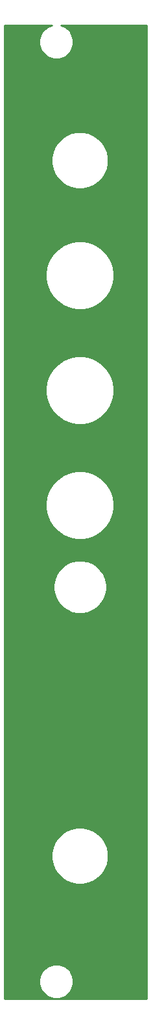
<source format=gbl>
G04 #@! TF.GenerationSoftware,KiCad,Pcbnew,5.1.7-a382d34a8~87~ubuntu18.04.1*
G04 #@! TF.CreationDate,2021-01-14T14:29:35+00:00*
G04 #@! TF.ProjectId,4hp-vco-panel,3468702d-7663-46f2-9d70-616e656c2e6b,rev?*
G04 #@! TF.SameCoordinates,Original*
G04 #@! TF.FileFunction,Copper,L2,Bot*
G04 #@! TF.FilePolarity,Positive*
%FSLAX46Y46*%
G04 Gerber Fmt 4.6, Leading zero omitted, Abs format (unit mm)*
G04 Created by KiCad (PCBNEW 5.1.7-a382d34a8~87~ubuntu18.04.1) date 2021-01-14 14:29:35*
%MOMM*%
%LPD*%
G01*
G04 APERTURE LIST*
G04 #@! TA.AperFunction,NonConductor*
%ADD10C,0.254000*%
G04 #@! TD*
G04 #@! TA.AperFunction,NonConductor*
%ADD11C,0.100000*%
G04 #@! TD*
G04 APERTURE END LIST*
D10*
X93325888Y-27320760D02*
X92917480Y-27489928D01*
X92549923Y-27735521D01*
X92237341Y-28048103D01*
X91991748Y-28415660D01*
X91822580Y-28824068D01*
X91736338Y-29257631D01*
X91736338Y-29699689D01*
X91822580Y-30133252D01*
X91991748Y-30541660D01*
X92237341Y-30909217D01*
X92549923Y-31221799D01*
X92917480Y-31467392D01*
X93325888Y-31636560D01*
X93759451Y-31722802D01*
X94201509Y-31722802D01*
X94635072Y-31636560D01*
X95043480Y-31467392D01*
X95411037Y-31221799D01*
X95723619Y-30909217D01*
X95969212Y-30541660D01*
X96138380Y-30133252D01*
X96224622Y-29699689D01*
X96224622Y-29257631D01*
X96138380Y-28824068D01*
X95969212Y-28415660D01*
X95723619Y-28048103D01*
X95411037Y-27735521D01*
X95043480Y-27489928D01*
X94635072Y-27320760D01*
X94599378Y-27313660D01*
X105725480Y-27313660D01*
X105725481Y-154243660D01*
X87215480Y-154243660D01*
X87215480Y-151757631D01*
X91736338Y-151757631D01*
X91736338Y-152199689D01*
X91822580Y-152633252D01*
X91991748Y-153041660D01*
X92237341Y-153409217D01*
X92549923Y-153721799D01*
X92917480Y-153967392D01*
X93325888Y-154136560D01*
X93759451Y-154222802D01*
X94201509Y-154222802D01*
X94635072Y-154136560D01*
X95043480Y-153967392D01*
X95411037Y-153721799D01*
X95723619Y-153409217D01*
X95969212Y-153041660D01*
X96138380Y-152633252D01*
X96224622Y-152199689D01*
X96224622Y-151757631D01*
X96138380Y-151324068D01*
X95969212Y-150915660D01*
X95723619Y-150548103D01*
X95411037Y-150235521D01*
X95043480Y-149989928D01*
X94635072Y-149820760D01*
X94201509Y-149734518D01*
X93759451Y-149734518D01*
X93325888Y-149820760D01*
X92917480Y-149989928D01*
X92549923Y-150235521D01*
X92237341Y-150548103D01*
X91991748Y-150915660D01*
X91822580Y-151324068D01*
X91736338Y-151757631D01*
X87215480Y-151757631D01*
X87215480Y-135249606D01*
X93325561Y-135249606D01*
X93325561Y-135985714D01*
X93469169Y-136707679D01*
X93750866Y-137387755D01*
X94159826Y-137999807D01*
X94680333Y-138520314D01*
X95292385Y-138929274D01*
X95972461Y-139210971D01*
X96694426Y-139354579D01*
X97430534Y-139354579D01*
X98152499Y-139210971D01*
X98832575Y-138929274D01*
X99444627Y-138520314D01*
X99965134Y-137999807D01*
X100374094Y-137387755D01*
X100655791Y-136707679D01*
X100799399Y-135985714D01*
X100799399Y-135249606D01*
X100655791Y-134527641D01*
X100374094Y-133847565D01*
X99965134Y-133235513D01*
X99444627Y-132715006D01*
X98832575Y-132306046D01*
X98152499Y-132024349D01*
X97430534Y-131880741D01*
X96694426Y-131880741D01*
X95972461Y-132024349D01*
X95292385Y-132306046D01*
X94680333Y-132715006D01*
X94159826Y-133235513D01*
X93750866Y-133847565D01*
X93469169Y-134527641D01*
X93325561Y-135249606D01*
X87215480Y-135249606D01*
X87215480Y-100221110D01*
X93574358Y-100221110D01*
X93574358Y-100908210D01*
X93708404Y-101582108D01*
X93971346Y-102216906D01*
X94353078Y-102788208D01*
X94838932Y-103274062D01*
X95410234Y-103655794D01*
X96045032Y-103918736D01*
X96718930Y-104052782D01*
X97406030Y-104052782D01*
X98079928Y-103918736D01*
X98714726Y-103655794D01*
X99286028Y-103274062D01*
X99771882Y-102788208D01*
X100153614Y-102216906D01*
X100416556Y-101582108D01*
X100550602Y-100908210D01*
X100550602Y-100221110D01*
X100416556Y-99547212D01*
X100153614Y-98912414D01*
X99771882Y-98341112D01*
X99286028Y-97855258D01*
X98714726Y-97473526D01*
X98079928Y-97210584D01*
X97406030Y-97076538D01*
X96718930Y-97076538D01*
X96045032Y-97210584D01*
X95410234Y-97473526D01*
X94838932Y-97855258D01*
X94353078Y-98341112D01*
X93971346Y-98912414D01*
X93708404Y-99547212D01*
X93574358Y-100221110D01*
X87215480Y-100221110D01*
X87215480Y-89455094D01*
X92579173Y-89455094D01*
X92579173Y-90338228D01*
X92751464Y-91204393D01*
X93089425Y-92020303D01*
X93580068Y-92754603D01*
X94204538Y-93379073D01*
X94938838Y-93869716D01*
X95754748Y-94207677D01*
X96620913Y-94379968D01*
X97504047Y-94379968D01*
X98370212Y-94207677D01*
X99186122Y-93869716D01*
X99920422Y-93379073D01*
X100544892Y-92754603D01*
X101035535Y-92020303D01*
X101373496Y-91204393D01*
X101545787Y-90338228D01*
X101545787Y-89455094D01*
X101373496Y-88588929D01*
X101035535Y-87773019D01*
X100544892Y-87038719D01*
X99920422Y-86414249D01*
X99186122Y-85923606D01*
X98370212Y-85585645D01*
X97504047Y-85413354D01*
X96620913Y-85413354D01*
X95754748Y-85585645D01*
X94938838Y-85923606D01*
X94204538Y-86414249D01*
X93580068Y-87038719D01*
X93089425Y-87773019D01*
X92751464Y-88588929D01*
X92579173Y-89455094D01*
X87215480Y-89455094D01*
X87215480Y-74469093D01*
X92579173Y-74469093D01*
X92579173Y-75352227D01*
X92751464Y-76218392D01*
X93089425Y-77034302D01*
X93580068Y-77768602D01*
X94204538Y-78393072D01*
X94938838Y-78883715D01*
X95754748Y-79221676D01*
X96620913Y-79393967D01*
X97504047Y-79393967D01*
X98370212Y-79221676D01*
X99186122Y-78883715D01*
X99920422Y-78393072D01*
X100544892Y-77768602D01*
X101035535Y-77034302D01*
X101373496Y-76218392D01*
X101545787Y-75352227D01*
X101545787Y-74469093D01*
X101373496Y-73602928D01*
X101035535Y-72787018D01*
X100544892Y-72052718D01*
X99920422Y-71428248D01*
X99186122Y-70937605D01*
X98370212Y-70599644D01*
X97504047Y-70427353D01*
X96620913Y-70427353D01*
X95754748Y-70599644D01*
X94938838Y-70937605D01*
X94204538Y-71428248D01*
X93580068Y-72052718D01*
X93089425Y-72787018D01*
X92751464Y-73602928D01*
X92579173Y-74469093D01*
X87215480Y-74469093D01*
X87215480Y-59483093D01*
X92579173Y-59483093D01*
X92579173Y-60366227D01*
X92751464Y-61232392D01*
X93089425Y-62048302D01*
X93580068Y-62782602D01*
X94204538Y-63407072D01*
X94938838Y-63897715D01*
X95754748Y-64235676D01*
X96620913Y-64407967D01*
X97504047Y-64407967D01*
X98370212Y-64235676D01*
X99186122Y-63897715D01*
X99920422Y-63407072D01*
X100544892Y-62782602D01*
X101035535Y-62048302D01*
X101373496Y-61232392D01*
X101545787Y-60366227D01*
X101545787Y-59483093D01*
X101373496Y-58616928D01*
X101035535Y-57801018D01*
X100544892Y-57066718D01*
X99920422Y-56442248D01*
X99186122Y-55951605D01*
X98370212Y-55613644D01*
X97504047Y-55441353D01*
X96620913Y-55441353D01*
X95754748Y-55613644D01*
X94938838Y-55951605D01*
X94204538Y-56442248D01*
X93580068Y-57066718D01*
X93089425Y-57801018D01*
X92751464Y-58616928D01*
X92579173Y-59483093D01*
X87215480Y-59483093D01*
X87215480Y-44570606D01*
X93325561Y-44570606D01*
X93325561Y-45306714D01*
X93469169Y-46028679D01*
X93750866Y-46708755D01*
X94159826Y-47320807D01*
X94680333Y-47841314D01*
X95292385Y-48250274D01*
X95972461Y-48531971D01*
X96694426Y-48675579D01*
X97430534Y-48675579D01*
X98152499Y-48531971D01*
X98832575Y-48250274D01*
X99444627Y-47841314D01*
X99965134Y-47320807D01*
X100374094Y-46708755D01*
X100655791Y-46028679D01*
X100799399Y-45306714D01*
X100799399Y-44570606D01*
X100655791Y-43848641D01*
X100374094Y-43168565D01*
X99965134Y-42556513D01*
X99444627Y-42036006D01*
X98832575Y-41627046D01*
X98152499Y-41345349D01*
X97430534Y-41201741D01*
X96694426Y-41201741D01*
X95972461Y-41345349D01*
X95292385Y-41627046D01*
X94680333Y-42036006D01*
X94159826Y-42556513D01*
X93750866Y-43168565D01*
X93469169Y-43848641D01*
X93325561Y-44570606D01*
X87215480Y-44570606D01*
X87215480Y-27313660D01*
X93361582Y-27313660D01*
X93325888Y-27320760D01*
G04 #@! TA.AperFunction,NonConductor*
D11*
G36*
X93325888Y-27320760D02*
G01*
X92917480Y-27489928D01*
X92549923Y-27735521D01*
X92237341Y-28048103D01*
X91991748Y-28415660D01*
X91822580Y-28824068D01*
X91736338Y-29257631D01*
X91736338Y-29699689D01*
X91822580Y-30133252D01*
X91991748Y-30541660D01*
X92237341Y-30909217D01*
X92549923Y-31221799D01*
X92917480Y-31467392D01*
X93325888Y-31636560D01*
X93759451Y-31722802D01*
X94201509Y-31722802D01*
X94635072Y-31636560D01*
X95043480Y-31467392D01*
X95411037Y-31221799D01*
X95723619Y-30909217D01*
X95969212Y-30541660D01*
X96138380Y-30133252D01*
X96224622Y-29699689D01*
X96224622Y-29257631D01*
X96138380Y-28824068D01*
X95969212Y-28415660D01*
X95723619Y-28048103D01*
X95411037Y-27735521D01*
X95043480Y-27489928D01*
X94635072Y-27320760D01*
X94599378Y-27313660D01*
X105725480Y-27313660D01*
X105725481Y-154243660D01*
X87215480Y-154243660D01*
X87215480Y-151757631D01*
X91736338Y-151757631D01*
X91736338Y-152199689D01*
X91822580Y-152633252D01*
X91991748Y-153041660D01*
X92237341Y-153409217D01*
X92549923Y-153721799D01*
X92917480Y-153967392D01*
X93325888Y-154136560D01*
X93759451Y-154222802D01*
X94201509Y-154222802D01*
X94635072Y-154136560D01*
X95043480Y-153967392D01*
X95411037Y-153721799D01*
X95723619Y-153409217D01*
X95969212Y-153041660D01*
X96138380Y-152633252D01*
X96224622Y-152199689D01*
X96224622Y-151757631D01*
X96138380Y-151324068D01*
X95969212Y-150915660D01*
X95723619Y-150548103D01*
X95411037Y-150235521D01*
X95043480Y-149989928D01*
X94635072Y-149820760D01*
X94201509Y-149734518D01*
X93759451Y-149734518D01*
X93325888Y-149820760D01*
X92917480Y-149989928D01*
X92549923Y-150235521D01*
X92237341Y-150548103D01*
X91991748Y-150915660D01*
X91822580Y-151324068D01*
X91736338Y-151757631D01*
X87215480Y-151757631D01*
X87215480Y-135249606D01*
X93325561Y-135249606D01*
X93325561Y-135985714D01*
X93469169Y-136707679D01*
X93750866Y-137387755D01*
X94159826Y-137999807D01*
X94680333Y-138520314D01*
X95292385Y-138929274D01*
X95972461Y-139210971D01*
X96694426Y-139354579D01*
X97430534Y-139354579D01*
X98152499Y-139210971D01*
X98832575Y-138929274D01*
X99444627Y-138520314D01*
X99965134Y-137999807D01*
X100374094Y-137387755D01*
X100655791Y-136707679D01*
X100799399Y-135985714D01*
X100799399Y-135249606D01*
X100655791Y-134527641D01*
X100374094Y-133847565D01*
X99965134Y-133235513D01*
X99444627Y-132715006D01*
X98832575Y-132306046D01*
X98152499Y-132024349D01*
X97430534Y-131880741D01*
X96694426Y-131880741D01*
X95972461Y-132024349D01*
X95292385Y-132306046D01*
X94680333Y-132715006D01*
X94159826Y-133235513D01*
X93750866Y-133847565D01*
X93469169Y-134527641D01*
X93325561Y-135249606D01*
X87215480Y-135249606D01*
X87215480Y-100221110D01*
X93574358Y-100221110D01*
X93574358Y-100908210D01*
X93708404Y-101582108D01*
X93971346Y-102216906D01*
X94353078Y-102788208D01*
X94838932Y-103274062D01*
X95410234Y-103655794D01*
X96045032Y-103918736D01*
X96718930Y-104052782D01*
X97406030Y-104052782D01*
X98079928Y-103918736D01*
X98714726Y-103655794D01*
X99286028Y-103274062D01*
X99771882Y-102788208D01*
X100153614Y-102216906D01*
X100416556Y-101582108D01*
X100550602Y-100908210D01*
X100550602Y-100221110D01*
X100416556Y-99547212D01*
X100153614Y-98912414D01*
X99771882Y-98341112D01*
X99286028Y-97855258D01*
X98714726Y-97473526D01*
X98079928Y-97210584D01*
X97406030Y-97076538D01*
X96718930Y-97076538D01*
X96045032Y-97210584D01*
X95410234Y-97473526D01*
X94838932Y-97855258D01*
X94353078Y-98341112D01*
X93971346Y-98912414D01*
X93708404Y-99547212D01*
X93574358Y-100221110D01*
X87215480Y-100221110D01*
X87215480Y-89455094D01*
X92579173Y-89455094D01*
X92579173Y-90338228D01*
X92751464Y-91204393D01*
X93089425Y-92020303D01*
X93580068Y-92754603D01*
X94204538Y-93379073D01*
X94938838Y-93869716D01*
X95754748Y-94207677D01*
X96620913Y-94379968D01*
X97504047Y-94379968D01*
X98370212Y-94207677D01*
X99186122Y-93869716D01*
X99920422Y-93379073D01*
X100544892Y-92754603D01*
X101035535Y-92020303D01*
X101373496Y-91204393D01*
X101545787Y-90338228D01*
X101545787Y-89455094D01*
X101373496Y-88588929D01*
X101035535Y-87773019D01*
X100544892Y-87038719D01*
X99920422Y-86414249D01*
X99186122Y-85923606D01*
X98370212Y-85585645D01*
X97504047Y-85413354D01*
X96620913Y-85413354D01*
X95754748Y-85585645D01*
X94938838Y-85923606D01*
X94204538Y-86414249D01*
X93580068Y-87038719D01*
X93089425Y-87773019D01*
X92751464Y-88588929D01*
X92579173Y-89455094D01*
X87215480Y-89455094D01*
X87215480Y-74469093D01*
X92579173Y-74469093D01*
X92579173Y-75352227D01*
X92751464Y-76218392D01*
X93089425Y-77034302D01*
X93580068Y-77768602D01*
X94204538Y-78393072D01*
X94938838Y-78883715D01*
X95754748Y-79221676D01*
X96620913Y-79393967D01*
X97504047Y-79393967D01*
X98370212Y-79221676D01*
X99186122Y-78883715D01*
X99920422Y-78393072D01*
X100544892Y-77768602D01*
X101035535Y-77034302D01*
X101373496Y-76218392D01*
X101545787Y-75352227D01*
X101545787Y-74469093D01*
X101373496Y-73602928D01*
X101035535Y-72787018D01*
X100544892Y-72052718D01*
X99920422Y-71428248D01*
X99186122Y-70937605D01*
X98370212Y-70599644D01*
X97504047Y-70427353D01*
X96620913Y-70427353D01*
X95754748Y-70599644D01*
X94938838Y-70937605D01*
X94204538Y-71428248D01*
X93580068Y-72052718D01*
X93089425Y-72787018D01*
X92751464Y-73602928D01*
X92579173Y-74469093D01*
X87215480Y-74469093D01*
X87215480Y-59483093D01*
X92579173Y-59483093D01*
X92579173Y-60366227D01*
X92751464Y-61232392D01*
X93089425Y-62048302D01*
X93580068Y-62782602D01*
X94204538Y-63407072D01*
X94938838Y-63897715D01*
X95754748Y-64235676D01*
X96620913Y-64407967D01*
X97504047Y-64407967D01*
X98370212Y-64235676D01*
X99186122Y-63897715D01*
X99920422Y-63407072D01*
X100544892Y-62782602D01*
X101035535Y-62048302D01*
X101373496Y-61232392D01*
X101545787Y-60366227D01*
X101545787Y-59483093D01*
X101373496Y-58616928D01*
X101035535Y-57801018D01*
X100544892Y-57066718D01*
X99920422Y-56442248D01*
X99186122Y-55951605D01*
X98370212Y-55613644D01*
X97504047Y-55441353D01*
X96620913Y-55441353D01*
X95754748Y-55613644D01*
X94938838Y-55951605D01*
X94204538Y-56442248D01*
X93580068Y-57066718D01*
X93089425Y-57801018D01*
X92751464Y-58616928D01*
X92579173Y-59483093D01*
X87215480Y-59483093D01*
X87215480Y-44570606D01*
X93325561Y-44570606D01*
X93325561Y-45306714D01*
X93469169Y-46028679D01*
X93750866Y-46708755D01*
X94159826Y-47320807D01*
X94680333Y-47841314D01*
X95292385Y-48250274D01*
X95972461Y-48531971D01*
X96694426Y-48675579D01*
X97430534Y-48675579D01*
X98152499Y-48531971D01*
X98832575Y-48250274D01*
X99444627Y-47841314D01*
X99965134Y-47320807D01*
X100374094Y-46708755D01*
X100655791Y-46028679D01*
X100799399Y-45306714D01*
X100799399Y-44570606D01*
X100655791Y-43848641D01*
X100374094Y-43168565D01*
X99965134Y-42556513D01*
X99444627Y-42036006D01*
X98832575Y-41627046D01*
X98152499Y-41345349D01*
X97430534Y-41201741D01*
X96694426Y-41201741D01*
X95972461Y-41345349D01*
X95292385Y-41627046D01*
X94680333Y-42036006D01*
X94159826Y-42556513D01*
X93750866Y-43168565D01*
X93469169Y-43848641D01*
X93325561Y-44570606D01*
X87215480Y-44570606D01*
X87215480Y-27313660D01*
X93361582Y-27313660D01*
X93325888Y-27320760D01*
G37*
G04 #@! TD.AperFunction*
M02*

</source>
